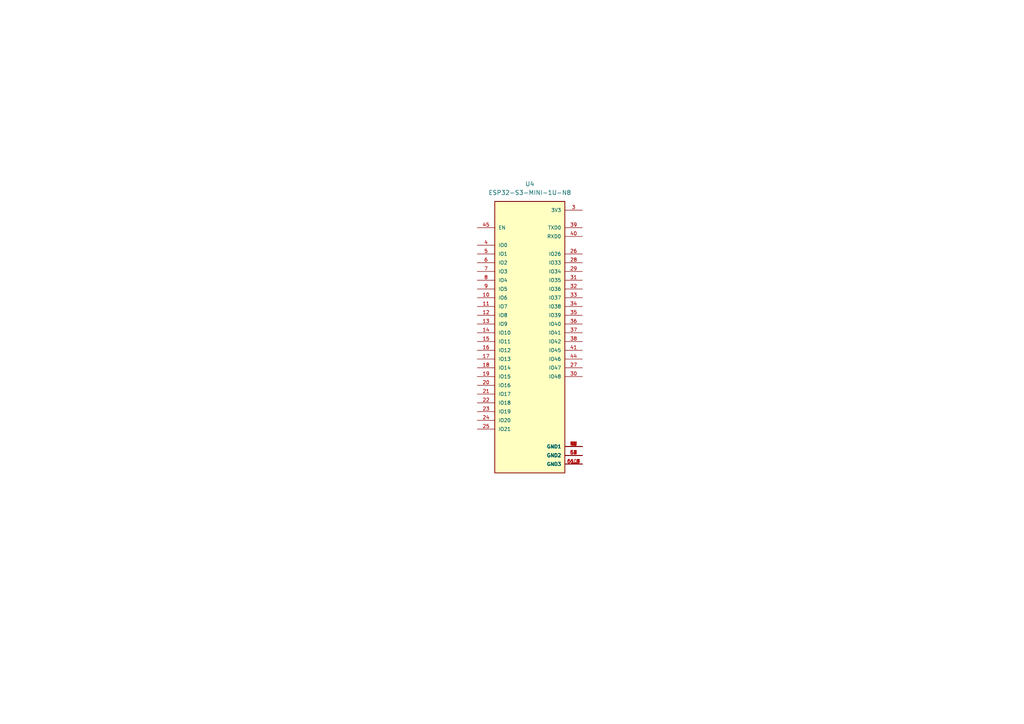
<source format=kicad_sch>
(kicad_sch (version 20231120) (generator "eeschema") (generator_version "8.0")
  (paper "A4")
  (lib_symbols
    (symbol "ESP32:ESP32-S3-MINI-1U-N8" (pin_names (offset 1.016))
      (property "Reference" "U" (at -10.16 38.862 0))
      (property "Value" "ESP32-S3-MINI-1U-N8" (at -10.16 -43.18 0))
      (symbol "ESP32-S3-MINI-1U-N8_0_0"
        (rectangle (start -10.16 -40.64) (end 10.16 38.1) (stroke (width 0.254)) (fill (type background)))
        (pin power_in line (at 15.24 -33.02 180) (length 5.08) (name "GND1") (number "1"))
        (pin bidirectional line (at -15.24 10.16 0) (length 5.08) (name "IO6") (number "10"))
        (pin bidirectional line (at -15.24 7.62 0) (length 5.08) (name "IO7") (number "11"))
        (pin bidirectional line (at -15.24 5.08 0) (length 5.08) (name "IO8") (number "12"))
        (pin bidirectional line (at -15.24 2.54 0) (length 5.08) (name "IO9") (number "13"))
        (pin bidirectional line (at -15.24 0 0) (length 5.08) (name "IO10") (number "14"))
        (pin bidirectional line (at -15.24 -2.54 0) (length 5.08) (name "IO11") (number "15"))
        (pin bidirectional line (at -15.24 -5.08 0) (length 5.08) (name "IO12") (number "16"))
        (pin bidirectional line (at -15.24 -7.62 0) (length 5.08) (name "IO13") (number "17"))
        (pin bidirectional line (at -15.24 -10.16 0) (length 5.08) (name "IO14") (number "18"))
        (pin bidirectional line (at -15.24 -12.7 0) (length 5.08) (name "IO15") (number "19"))
        (pin power_in line (at 15.24 -33.02 180) (length 5.08) (name "GND1") (number "2"))
        (pin bidirectional line (at -15.24 -15.24 0) (length 5.08) (name "IO16") (number "20"))
        (pin bidirectional line (at -15.24 -17.78 0) (length 5.08) (name "IO17") (number "21"))
        (pin bidirectional line (at -15.24 -20.32 0) (length 5.08) (name "IO18") (number "22"))
        (pin bidirectional line (at -15.24 -22.86 0) (length 5.08) (name "IO19") (number "23"))
        (pin bidirectional line (at -15.24 -25.4 0) (length 5.08) (name "IO20") (number "24"))
        (pin bidirectional line (at -15.24 -27.94 0) (length 5.08) (name "IO21") (number "25"))
        (pin bidirectional line (at 15.24 22.86 180) (length 5.08) (name "IO26") (number "26"))
        (pin bidirectional line (at 15.24 -10.16 180) (length 5.08) (name "IO47") (number "27"))
        (pin bidirectional line (at 15.24 20.32 180) (length 5.08) (name "IO33") (number "28"))
        (pin bidirectional line (at 15.24 17.78 180) (length 5.08) (name "IO34") (number "29"))
        (pin power_in line (at 15.24 35.56 180) (length 5.08) (name "3V3") (number "3"))
        (pin bidirectional line (at 15.24 -12.7 180) (length 5.08) (name "IO48") (number "30"))
        (pin bidirectional line (at 15.24 15.24 180) (length 5.08) (name "IO35") (number "31"))
        (pin bidirectional line (at 15.24 12.7 180) (length 5.08) (name "IO36") (number "32"))
        (pin bidirectional line (at 15.24 10.16 180) (length 5.08) (name "IO37") (number "33"))
        (pin bidirectional line (at 15.24 7.62 180) (length 5.08) (name "IO38") (number "34"))
        (pin bidirectional line (at 15.24 5.08 180) (length 5.08) (name "IO39") (number "35"))
        (pin bidirectional line (at 15.24 2.54 180) (length 5.08) (name "IO40") (number "36"))
        (pin bidirectional line (at 15.24 0 180) (length 5.08) (name "IO41") (number "37"))
        (pin bidirectional line (at 15.24 -2.54 180) (length 5.08) (name "IO42") (number "38"))
        (pin bidirectional line (at 15.24 30.48 180) (length 5.08) (name "TXD0") (number "39"))
        (pin bidirectional line (at -15.24 25.4 0) (length 5.08) (name "IO0") (number "4"))
        (pin bidirectional line (at 15.24 27.94 180) (length 5.08) (name "RXD0") (number "40"))
        (pin bidirectional line (at 15.24 -5.08 180) (length 5.08) (name "IO45") (number "41"))
        (pin power_in line (at 15.24 -33.02 180) (length 5.08) (name "GND1") (number "42"))
        (pin power_in line (at 15.24 -33.02 180) (length 5.08) (name "GND1") (number "43"))
        (pin bidirectional line (at 15.24 -7.62 180) (length 5.08) (name "IO46") (number "44"))
        (pin input line (at -15.24 30.48 0) (length 5.08) (name "EN") (number "45"))
        (pin power_in line (at 15.24 -33.02 180) (length 5.08) (name "GND1") (number "46"))
        (pin power_in line (at 15.24 -33.02 180) (length 5.08) (name "GND1") (number "47"))
        (pin power_in line (at 15.24 -33.02 180) (length 5.08) (name "GND1") (number "48"))
        (pin power_in line (at 15.24 -33.02 180) (length 5.08) (name "GND1") (number "49"))
        (pin bidirectional line (at -15.24 22.86 0) (length 5.08) (name "IO1") (number "5"))
        (pin power_in line (at 15.24 -33.02 180) (length 5.08) (name "GND1") (number "50"))
        (pin power_in line (at 15.24 -33.02 180) (length 5.08) (name "GND1") (number "51"))
        (pin power_in line (at 15.24 -33.02 180) (length 5.08) (name "GND1") (number "52"))
        (pin power_in line (at 15.24 -33.02 180) (length 5.08) (name "GND1") (number "53"))
        (pin power_in line (at 15.24 -35.56 180) (length 5.08) (name "GND2") (number "54"))
        (pin power_in line (at 15.24 -35.56 180) (length 5.08) (name "GND2") (number "55"))
        (pin power_in line (at 15.24 -35.56 180) (length 5.08) (name "GND2") (number "56"))
        (pin power_in line (at 15.24 -35.56 180) (length 5.08) (name "GND2") (number "57"))
        (pin power_in line (at 15.24 -35.56 180) (length 5.08) (name "GND2") (number "58"))
        (pin power_in line (at 15.24 -35.56 180) (length 5.08) (name "GND2") (number "59"))
        (pin bidirectional line (at -15.24 20.32 0) (length 5.08) (name "IO2") (number "6"))
        (pin power_in line (at 15.24 -38.1 180) (length 5.08) (name "GND3") (number "60"))
        (pin power_in line (at 15.24 -38.1 180) (length 5.08) (name "GND3") (number "61_1"))
        (pin power_in line (at 15.24 -38.1 180) (length 5.08) (name "GND3") (number "61_2"))
        (pin power_in line (at 15.24 -38.1 180) (length 5.08) (name "GND3") (number "61_3"))
        (pin power_in line (at 15.24 -38.1 180) (length 5.08) (name "GND3") (number "61_4"))
        (pin power_in line (at 15.24 -38.1 180) (length 5.08) (name "GND3") (number "61_5"))
        (pin power_in line (at 15.24 -38.1 180) (length 5.08) (name "GND3") (number "61_6"))
        (pin power_in line (at 15.24 -38.1 180) (length 5.08) (name "GND3") (number "61_7"))
        (pin power_in line (at 15.24 -38.1 180) (length 5.08) (name "GND3") (number "61_8"))
        (pin power_in line (at 15.24 -38.1 180) (length 5.08) (name "GND3") (number "61_9"))
        (pin power_in line (at 15.24 -35.56 180) (length 5.08) (name "GND2") (number "62"))
        (pin power_in line (at 15.24 -35.56 180) (length 5.08) (name "GND2") (number "63"))
        (pin power_in line (at 15.24 -35.56 180) (length 5.08) (name "GND2") (number "64"))
        (pin power_in line (at 15.24 -35.56 180) (length 5.08) (name "GND2") (number "65"))
        (pin bidirectional line (at -15.24 17.78 0) (length 5.08) (name "IO3") (number "7"))
        (pin bidirectional line (at -15.24 15.24 0) (length 5.08) (name "IO4") (number "8"))
        (pin bidirectional line (at -15.24 12.7 0) (length 5.08) (name "IO5") (number "9"))
      )
    )
  )
  (symbol (lib_id "ESP32:ESP32-S3-MINI-1U-N8") (at 153.67 96.52 0) (unit 1)
    (property "Reference" "U4" (at 153.67 53.34 0))
    (property "Value" "ESP32-S3-MINI-1U-N8" (at 153.67 55.88 0))
    (property "Footprint" "ESP32:XCVR_ESP32-S3-MINI-1U-N8" (effects (hide yes)))
    (property "MF" "Espressif Systems" (effects (hide yes)))
    (property "MAXIMUM_PACKAGE_HEIGHT" "2.55 mm" (effects (hide yes)))
    (property "Package" "VFQFN-56 Espressif Systems" (effects (hide yes)))
    (property "Price" "None" (effects (hide yes)))
    (property "Check_prices" "https://www.snapeda.com/parts/ESP32-S3-MINI-1U-N8/Espressif+Systems/view-part/?ref=eda" (effects (hide yes)))
    (property "STANDARD" "Manufacturer recommendations" (effects (hide yes)))
    (property "PARTREV" "1.2" (effects (hide yes)))
    (property "SnapEDA_Link" "https://www.snapeda.com/parts/ESP32-S3-MINI-1U-N8/Espressif+Systems/view-part/?ref=snap" (effects (hide yes)))
    (property "MP" "ESP32-S3-MINI-1U-N8" (effects (hide yes)))
    (property "Purchase-URL" "https://www.snapeda.com/api/url_track_click_mouser/?unipart_id=12369244&manufacturer=Espressif Systems&part_name=ESP32-S3-MINI-1U-N8&search_term=esp32-s3-mini" (effects (hide yes)))
    (property "Description_1" "\nBluetooth, WiFi 802.11b/g/n, Bluetooth v5.0 Transceiver Module 2.4GHz Antenna Not Included, U.FL Surface Mount\n" (effects (hide yes)))
    (property "Availability" "In Stock" (effects (hide yes)))
    (property "MANUFACTURER" "Espressif Systems" (effects (hide yes)))
  )
)
</source>
